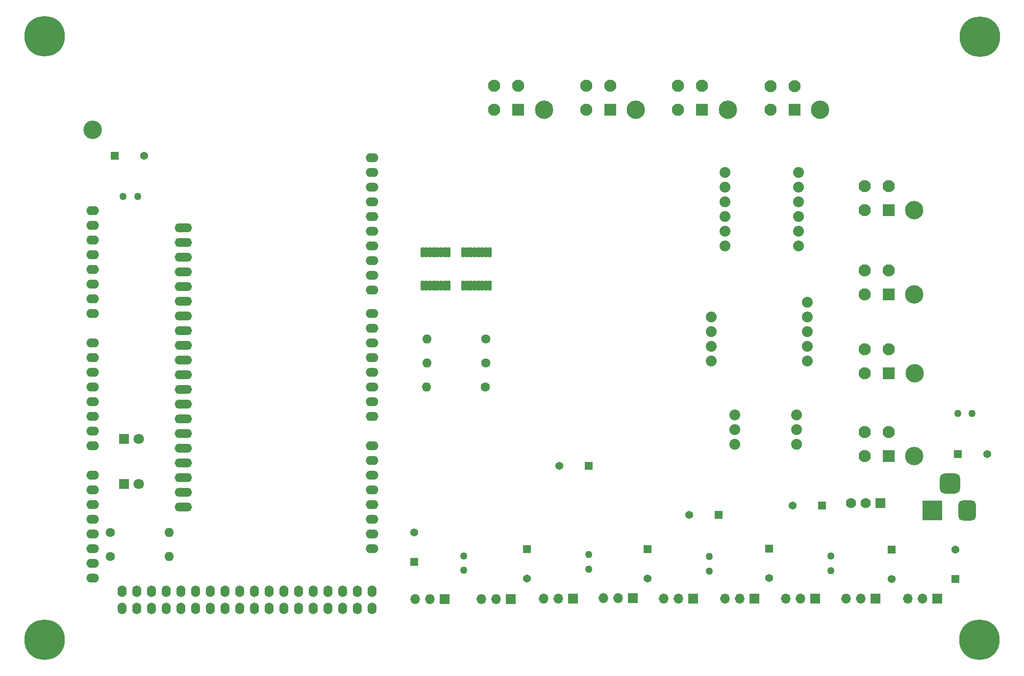
<source format=gbs>
%TF.GenerationSoftware,KiCad,Pcbnew,7.0.7*%
%TF.CreationDate,2023-11-29T15:56:53-06:00*%
%TF.ProjectId,MDCM,4d44434d-2e6b-4696-9361-645f70636258,rev?*%
%TF.SameCoordinates,Original*%
%TF.FileFunction,Soldermask,Bot*%
%TF.FilePolarity,Negative*%
%FSLAX46Y46*%
G04 Gerber Fmt 4.6, Leading zero omitted, Abs format (unit mm)*
G04 Created by KiCad (PCBNEW 7.0.7) date 2023-11-29 15:56:53*
%MOMM*%
%LPD*%
G01*
G04 APERTURE LIST*
G04 Aperture macros list*
%AMRoundRect*
0 Rectangle with rounded corners*
0 $1 Rounding radius*
0 $2 $3 $4 $5 $6 $7 $8 $9 X,Y pos of 4 corners*
0 Add a 4 corners polygon primitive as box body*
4,1,4,$2,$3,$4,$5,$6,$7,$8,$9,$2,$3,0*
0 Add four circle primitives for the rounded corners*
1,1,$1+$1,$2,$3*
1,1,$1+$1,$4,$5*
1,1,$1+$1,$6,$7*
1,1,$1+$1,$8,$9*
0 Add four rect primitives between the rounded corners*
20,1,$1+$1,$2,$3,$4,$5,0*
20,1,$1+$1,$4,$5,$6,$7,0*
20,1,$1+$1,$6,$7,$8,$9,0*
20,1,$1+$1,$8,$9,$2,$3,0*%
G04 Aperture macros list end*
%ADD10R,1.371600X1.371600*%
%ADD11C,1.371600*%
%ADD12R,1.700000X1.700000*%
%ADD13O,1.700000X1.700000*%
%ADD14C,3.197860*%
%ADD15O,2.199640X1.524000*%
%ADD16O,2.197100X1.524000*%
%ADD17O,1.539240X1.998980*%
%ADD18O,1.536700X1.998980*%
%ADD19C,3.180000*%
%ADD20R,2.100000X2.100000*%
%ADD21C,2.100000*%
%ADD22R,1.778000X1.778000*%
%ADD23C,1.778000*%
%ADD24C,7.000000*%
%ADD25C,1.600000*%
%ADD26O,1.600000X1.600000*%
%ADD27C,1.870000*%
%ADD28R,1.800000X1.800000*%
%ADD29C,1.800000*%
%ADD30C,1.270000*%
%ADD31O,3.000000X1.500000*%
%ADD32R,3.500000X3.500000*%
%ADD33RoundRect,0.750000X0.750000X1.000000X-0.750000X1.000000X-0.750000X-1.000000X0.750000X-1.000000X0*%
%ADD34RoundRect,0.875000X0.875000X0.875000X-0.875000X0.875000X-0.875000X-0.875000X0.875000X-0.875000X0*%
%ADD35RoundRect,0.122500X-0.184500X0.764500X-0.184500X-0.764500X0.184500X-0.764500X0.184500X0.764500X0*%
G04 APERTURE END LIST*
D10*
%TO.C,C7*%
X234120000Y-133320000D03*
D11*
X234120000Y-128240000D03*
%TD*%
D12*
%TO.C,Zone 6*%
X199355000Y-136735000D03*
D13*
X196815000Y-136735000D03*
X194275000Y-136735000D03*
%TD*%
D10*
%TO.C,C10*%
X201910000Y-128080000D03*
D11*
X201910000Y-133160000D03*
%TD*%
D14*
%TO.C,J1*%
X85040000Y-55680000D03*
D15*
X85040000Y-69650000D03*
X85040000Y-72190000D03*
X85040000Y-74730000D03*
X85040000Y-77270000D03*
X85040000Y-79810000D03*
X85040000Y-82350000D03*
X85040000Y-84890000D03*
X85040000Y-87430000D03*
X85040000Y-92510000D03*
X85040000Y-95050000D03*
X85040000Y-97590000D03*
X85040000Y-100130000D03*
X85040000Y-102670000D03*
X85040000Y-105210000D03*
X85040000Y-107750000D03*
X85040000Y-110290000D03*
X85040000Y-115370000D03*
X85040000Y-117910000D03*
X85040000Y-120450000D03*
D16*
X85040000Y-122990000D03*
X85040000Y-125530000D03*
X85040000Y-128070000D03*
X85040000Y-130610000D03*
X85040000Y-133150000D03*
D17*
X90120000Y-135441080D03*
X92660000Y-135441080D03*
X95200000Y-135441080D03*
X97740000Y-135441080D03*
X100280000Y-135441080D03*
X102820000Y-135441080D03*
X105360000Y-135441080D03*
X107900000Y-135441080D03*
X110440000Y-135441080D03*
X112980000Y-135441080D03*
X115520000Y-135441080D03*
X118060000Y-135441080D03*
X120600000Y-135441080D03*
X123140000Y-135441080D03*
X125680000Y-135441080D03*
X128220000Y-135441080D03*
X130760000Y-135441080D03*
X133300000Y-135441080D03*
D18*
X90120000Y-138476380D03*
X92660000Y-138476380D03*
X95200000Y-138476380D03*
X97740000Y-138476380D03*
X100280000Y-138476380D03*
X102820000Y-138476380D03*
X105360000Y-138476380D03*
X107900000Y-138476380D03*
X110440000Y-138476380D03*
X112980000Y-138476380D03*
X115520000Y-138476380D03*
X118060000Y-138476380D03*
X120600000Y-138476380D03*
X123140000Y-138476380D03*
X125680000Y-138476380D03*
X128220000Y-138476380D03*
X130760000Y-138476380D03*
X133300000Y-138476380D03*
D16*
X133300000Y-128070000D03*
X133300000Y-125530000D03*
X133300000Y-122990000D03*
X133300000Y-120450000D03*
X133300000Y-117910000D03*
X133300000Y-115370000D03*
X133300000Y-112830000D03*
X133300000Y-110290000D03*
X133300000Y-105210000D03*
X133300000Y-102670000D03*
X133300000Y-100130000D03*
X133300000Y-97590000D03*
X133300000Y-95050000D03*
X133300000Y-92510000D03*
X133300000Y-89970000D03*
X133300000Y-87430000D03*
X133300000Y-83366000D03*
X133300000Y-80826000D03*
X133300000Y-78286000D03*
X133300000Y-75746000D03*
X133300000Y-73206000D03*
X133300000Y-70666000D03*
X133300000Y-68126000D03*
X133300000Y-65586000D03*
X133300000Y-63046000D03*
X133300000Y-60506000D03*
%TD*%
D10*
%TO.C,C11*%
X223080000Y-128250000D03*
D11*
X223080000Y-133330000D03*
%TD*%
D19*
%TO.C,Airflow sensor 8*%
X226980000Y-69580000D03*
D20*
X222530000Y-69580000D03*
D21*
X218390000Y-65440000D03*
X222530000Y-65440000D03*
X218390000Y-69580000D03*
%TD*%
D12*
%TO.C,Zone 4*%
X178410000Y-136700000D03*
D13*
X175870000Y-136700000D03*
X173330000Y-136700000D03*
%TD*%
D19*
%TO.C,Airflow sensor 7*%
X227000000Y-84140000D03*
D20*
X222550000Y-84140000D03*
D21*
X218410000Y-80000000D03*
X222550000Y-80000000D03*
X218410000Y-84140000D03*
%TD*%
D12*
%TO.C,Zone 8*%
X220285000Y-136735000D03*
D13*
X217745000Y-136735000D03*
X215205000Y-136735000D03*
%TD*%
D22*
%TO.C,U4*%
X221120000Y-120220000D03*
D23*
X218580000Y-120220000D03*
X216040000Y-120220000D03*
%TD*%
D10*
%TO.C,C8*%
X160060000Y-128219900D03*
D11*
X160060000Y-133299900D03*
%TD*%
D12*
%TO.C,Zone 3*%
X168070000Y-136730000D03*
D13*
X165530000Y-136730000D03*
X162990000Y-136730000D03*
%TD*%
D24*
%TO.C,H1*%
X76780000Y-39550000D03*
%TD*%
D19*
%TO.C,Airflow sensor 1*%
X163040000Y-52270000D03*
D20*
X158590000Y-52270000D03*
D21*
X154450000Y-48130000D03*
X158590000Y-48130000D03*
X154450000Y-52270000D03*
%TD*%
D25*
%TO.C,R4*%
X88090000Y-129450000D03*
D26*
X98250000Y-129450000D03*
%TD*%
D10*
%TO.C,C1*%
X234480000Y-111760000D03*
D11*
X239560000Y-111760000D03*
%TD*%
D27*
%TO.C,U5*%
X194260000Y-63060000D03*
X194260000Y-65600000D03*
X194260000Y-68140000D03*
X194260000Y-70680000D03*
X194260000Y-73220000D03*
X194260000Y-75760000D03*
X206960000Y-75760000D03*
X206960000Y-73220000D03*
X206960000Y-70680000D03*
X206960000Y-68140000D03*
X206960000Y-65600000D03*
X206960000Y-63060000D03*
%TD*%
D24*
%TO.C,H3*%
X238270000Y-143840000D03*
%TD*%
D19*
%TO.C,Airflow sensor 5*%
X227010000Y-112120000D03*
D20*
X222560000Y-112120000D03*
D21*
X218420000Y-107980000D03*
X222560000Y-107980000D03*
X218420000Y-112120000D03*
%TD*%
D19*
%TO.C,Airflow sensor 4*%
X210720000Y-52290000D03*
D20*
X206270000Y-52290000D03*
D21*
X202130000Y-48150000D03*
X206270000Y-48150000D03*
X202130000Y-52290000D03*
%TD*%
D24*
%TO.C,H2*%
X76780000Y-143830000D03*
%TD*%
D12*
%TO.C,Zone 1*%
X145890000Y-136870000D03*
D13*
X143350000Y-136870000D03*
X140810000Y-136870000D03*
%TD*%
D28*
%TO.C,D1*%
X90465000Y-109170000D03*
D29*
X93005000Y-109170000D03*
%TD*%
D30*
%TO.C,C2*%
X234490000Y-104720000D03*
X236990000Y-104720000D03*
%TD*%
D10*
%TO.C,C16*%
X211020100Y-120650000D03*
D11*
X205940100Y-120650000D03*
%TD*%
D27*
%TO.C,U6*%
X206690000Y-110080000D03*
X206690000Y-107540000D03*
X206690000Y-105000000D03*
X196022000Y-105025400D03*
X196022000Y-107565400D03*
X196022000Y-110105400D03*
%TD*%
%TO.C,U3*%
X191911200Y-88090300D03*
X191911200Y-90630300D03*
X191911200Y-93170300D03*
X191911200Y-95710300D03*
X208471200Y-95720300D03*
X208471200Y-93180300D03*
X208471200Y-90640300D03*
X208471200Y-88100300D03*
X208471200Y-85560300D03*
%TD*%
D30*
%TO.C,C15*%
X212580000Y-131900000D03*
X212580000Y-129400000D03*
%TD*%
D19*
%TO.C,Airflow sensor 6*%
X227030000Y-97780000D03*
D20*
X222580000Y-97780000D03*
D21*
X218440000Y-93640000D03*
X222580000Y-93640000D03*
X218440000Y-97780000D03*
%TD*%
D10*
%TO.C,C9*%
X180930000Y-128210000D03*
D11*
X180930000Y-133290000D03*
%TD*%
D12*
%TO.C,Plenum*%
X230955000Y-136725000D03*
D13*
X228415000Y-136725000D03*
X225875000Y-136725000D03*
%TD*%
D30*
%TO.C,C12*%
X149130000Y-131860000D03*
X149130000Y-129360000D03*
%TD*%
D31*
%TO.C,U7*%
X100760000Y-120909200D03*
X100760000Y-118369200D03*
X100760000Y-115829200D03*
X100760000Y-113289200D03*
X100760000Y-110749200D03*
X100760000Y-108209200D03*
X100760000Y-105669200D03*
X100760000Y-103129200D03*
X100760000Y-100589200D03*
X100760000Y-98049200D03*
X100760000Y-95509200D03*
X100760000Y-92969200D03*
X100760000Y-90429200D03*
X100760000Y-87889200D03*
X100734600Y-85349200D03*
X100734600Y-82809200D03*
X100734600Y-80269200D03*
X100734600Y-77729200D03*
X100734600Y-75189200D03*
X100734600Y-72649200D03*
%TD*%
D12*
%TO.C,Zone 2*%
X157290000Y-136800000D03*
D13*
X154750000Y-136800000D03*
X152210000Y-136800000D03*
%TD*%
D32*
%TO.C,J8*%
X230120000Y-121530000D03*
D33*
X236120000Y-121530000D03*
D34*
X233120000Y-116830000D03*
%TD*%
D12*
%TO.C,Zone 7*%
X209835000Y-136745000D03*
D13*
X207295000Y-136745000D03*
X204755000Y-136745000D03*
%TD*%
D19*
%TO.C,Airflow sensor 2*%
X178900000Y-52270000D03*
D20*
X174450000Y-52270000D03*
D21*
X170310000Y-48130000D03*
X174450000Y-48130000D03*
X170310000Y-52270000D03*
%TD*%
D10*
%TO.C,C5*%
X193220000Y-122300000D03*
D11*
X188140000Y-122300000D03*
%TD*%
D12*
%TO.C,Zone 5*%
X188825000Y-136735000D03*
D13*
X186285000Y-136735000D03*
X183745000Y-136735000D03*
%TD*%
D25*
%TO.C,R5*%
X88090000Y-125300000D03*
D26*
X98250000Y-125300000D03*
%TD*%
D30*
%TO.C,C18*%
X90320000Y-67260000D03*
X92820000Y-67260000D03*
%TD*%
%TO.C,C14*%
X191590000Y-131970000D03*
X191590000Y-129470000D03*
%TD*%
%TO.C,C13*%
X170730000Y-131640000D03*
X170730000Y-129140000D03*
%TD*%
D19*
%TO.C,Airflow sensor 3*%
X194760000Y-52280000D03*
D20*
X190310000Y-52280000D03*
D21*
X186170000Y-48140000D03*
X190310000Y-48140000D03*
X186170000Y-52280000D03*
%TD*%
D24*
%TO.C,H4*%
X238280000Y-39620000D03*
%TD*%
D10*
%TO.C,C4*%
X170770000Y-113790000D03*
D11*
X165690000Y-113790000D03*
%TD*%
D28*
%TO.C,D2*%
X90480000Y-116920000D03*
D29*
X93020000Y-116920000D03*
%TD*%
D10*
%TO.C,C3*%
X140620000Y-130360000D03*
D11*
X140620000Y-125280000D03*
%TD*%
D10*
%TO.C,C17*%
X88852200Y-60231900D03*
D11*
X93932200Y-60231900D03*
%TD*%
D25*
%TO.C,R3*%
X152920000Y-100140000D03*
D26*
X142760000Y-100140000D03*
%TD*%
D25*
%TO.C,R1*%
X152940000Y-91850000D03*
D26*
X142780000Y-91850000D03*
%TD*%
D35*
%TO.C,U1*%
X142025000Y-76910000D03*
X142675000Y-76910000D03*
X143325000Y-76910000D03*
X143975000Y-76910000D03*
X144625000Y-76910000D03*
X145275000Y-76910000D03*
X145925000Y-76910000D03*
X146575000Y-76910000D03*
X146575000Y-82650000D03*
X145925000Y-82650000D03*
X145275000Y-82650000D03*
X144625000Y-82650000D03*
X143975000Y-82650000D03*
X143325000Y-82650000D03*
X142675000Y-82650000D03*
X142025000Y-82650000D03*
%TD*%
%TO.C,U2*%
X149075000Y-76910000D03*
X149725000Y-76910000D03*
X150375000Y-76910000D03*
X151025000Y-76910000D03*
X151675000Y-76910000D03*
X152325000Y-76910000D03*
X152975000Y-76910000D03*
X153625000Y-76910000D03*
X153625000Y-82650000D03*
X152975000Y-82650000D03*
X152325000Y-82650000D03*
X151675000Y-82650000D03*
X151025000Y-82650000D03*
X150375000Y-82650000D03*
X149725000Y-82650000D03*
X149075000Y-82650000D03*
%TD*%
D25*
%TO.C,R2*%
X152930000Y-96030000D03*
D26*
X142770000Y-96030000D03*
%TD*%
M02*

</source>
